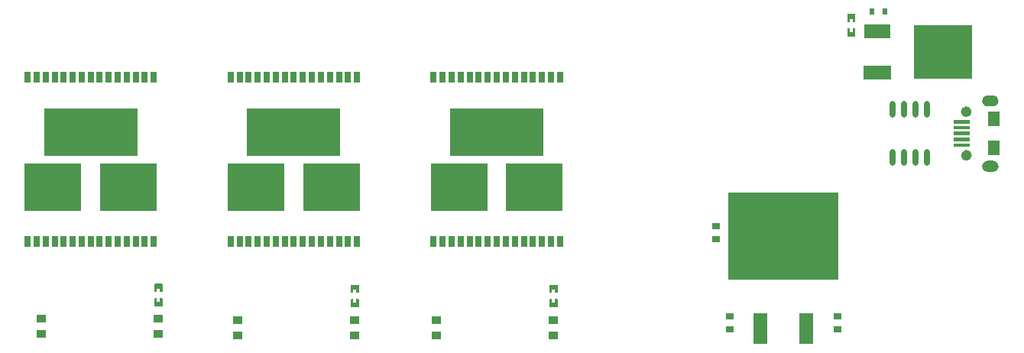
<source format=gtp>
G04 Layer: TopPasteMaskLayer*
G04 EasyEDA v6.5.22, 2023-01-26 14:10:14*
G04 b877e135513245ca8f96004f63138494,c6a1bf633b9a4ba285e4988a7d74c357,10*
G04 Gerber Generator version 0.2*
G04 Scale: 100 percent, Rotated: No, Reflected: No *
G04 Dimensions in millimeters *
G04 leading zeros omitted , absolute positions ,4 integer and 5 decimal *
%FSLAX45Y45*%
%MOMM*%

%AMMACRO1*21,1,$1,$2,0,0,$3*%
%ADD10R,12.1996X9.7511*%
%ADD11R,1.6002X3.5001*%
%ADD12R,0.6000X0.7000*%
%ADD13R,1.0000X0.8999*%
%ADD14MACRO1,5.9995X6.4999X90.0000*%
%ADD15R,3.0000X1.6000*%
%ADD16MACRO1,1.6002X3.0023X90.0000*%
%ADD17R,0.6706X1.3005*%
%ADD18R,10.2997X5.2502*%
%ADD19R,6.2306X5.2502*%
%ADD20O,0.6299962X1.8649950000000002*%
%ADD21R,0.9000X0.8000*%
%ADD22C,0.6000*%
%ADD23C,0.0196*%

%LPD*%
G36*
X2082292Y735787D02*
G01*
X2077313Y730808D01*
X2077313Y650798D01*
X2082292Y645820D01*
X2105101Y645820D01*
X2105101Y682802D01*
X2138121Y682802D01*
X2138121Y645820D01*
X2162302Y645820D01*
X2167331Y650798D01*
X2167331Y730808D01*
X2162302Y735787D01*
G37*
G36*
X2082292Y575818D02*
G01*
X2077313Y570788D01*
X2077313Y491794D01*
X2082292Y486816D01*
X2162302Y486816D01*
X2167331Y491794D01*
X2167331Y570788D01*
X2162302Y575818D01*
X2138121Y575818D01*
X2138121Y537819D01*
X2105101Y537819D01*
X2105101Y575818D01*
G37*
G36*
X4259986Y724509D02*
G01*
X4255008Y719480D01*
X4255008Y639521D01*
X4259986Y634492D01*
X4282795Y634492D01*
X4282795Y671474D01*
X4315764Y671474D01*
X4315764Y634492D01*
X4339996Y634492D01*
X4344974Y639521D01*
X4344974Y719480D01*
X4339996Y724509D01*
G37*
G36*
X4259986Y564489D02*
G01*
X4255008Y559511D01*
X4255008Y480517D01*
X4259986Y475488D01*
X4339996Y475488D01*
X4344974Y480517D01*
X4344974Y559511D01*
X4339996Y564489D01*
X4315764Y564489D01*
X4315764Y526491D01*
X4282795Y526491D01*
X4282795Y564489D01*
G37*
G36*
X9760000Y3724503D02*
G01*
X9754971Y3719474D01*
X9754971Y3639515D01*
X9760000Y3634486D01*
X9782759Y3634486D01*
X9782759Y3671519D01*
X9815779Y3671519D01*
X9815779Y3634486D01*
X9839960Y3634486D01*
X9844989Y3639515D01*
X9844989Y3719474D01*
X9839960Y3724503D01*
G37*
G36*
X9760000Y3564483D02*
G01*
X9754971Y3559505D01*
X9754971Y3480511D01*
X9760000Y3475482D01*
X9839960Y3475482D01*
X9844989Y3480511D01*
X9844989Y3559505D01*
X9839960Y3564483D01*
X9815779Y3564483D01*
X9815779Y3526485D01*
X9782759Y3526485D01*
X9782759Y3564483D01*
G37*
G36*
X6459982Y724509D02*
G01*
X6455003Y719480D01*
X6455003Y639521D01*
X6459982Y634492D01*
X6482791Y634492D01*
X6482791Y671474D01*
X6515811Y671474D01*
X6515811Y634492D01*
X6539992Y634492D01*
X6544970Y639521D01*
X6544970Y719480D01*
X6539992Y724509D01*
G37*
G36*
X6459982Y564489D02*
G01*
X6455003Y559511D01*
X6455003Y480517D01*
X6459982Y475488D01*
X6539992Y475488D01*
X6544970Y480517D01*
X6544970Y559511D01*
X6539992Y564489D01*
X6515811Y564489D01*
X6515811Y526491D01*
X6482791Y526491D01*
X6482791Y564489D01*
G37*
G36*
X11309604Y2097481D02*
G01*
X11302492Y2097074D01*
X11295481Y2095804D01*
X11288674Y2093772D01*
X11282172Y2090877D01*
X11276076Y2087270D01*
X11270437Y2082952D01*
X11265306Y2078024D01*
X11260836Y2072487D01*
X11257026Y2066493D01*
X11253978Y2060041D01*
X11251692Y2053336D01*
X11250269Y2046376D01*
X11249609Y2039264D01*
X11249812Y2032152D01*
X11250879Y2025142D01*
X11251692Y2021687D01*
X11253978Y2014931D01*
X11257026Y2008530D01*
X11260836Y2002536D01*
X11265306Y1996998D01*
X11270437Y1992071D01*
X11276076Y1987753D01*
X11279073Y1985822D01*
X11285423Y1982571D01*
X11292078Y1980133D01*
X11295481Y1979168D01*
X11302492Y1977948D01*
X11309604Y1977491D01*
X11373154Y1977593D01*
X11380216Y1978456D01*
X11387124Y1980133D01*
X11393779Y1982571D01*
X11400078Y1985822D01*
X11405971Y1989836D01*
X11411356Y1994458D01*
X11416182Y1999691D01*
X11420348Y2005482D01*
X11423751Y2011680D01*
X11426444Y2018284D01*
X11428323Y2025142D01*
X11429339Y2032152D01*
X11429542Y2039264D01*
X11428933Y2046376D01*
X11428323Y2049881D01*
X11426444Y2056739D01*
X11423751Y2063292D01*
X11420348Y2069541D01*
X11416182Y2075332D01*
X11411356Y2080564D01*
X11405971Y2085187D01*
X11403126Y2087270D01*
X11396980Y2090877D01*
X11390477Y2093772D01*
X11383670Y2095804D01*
X11380216Y2096566D01*
X11373154Y2097379D01*
G37*
G36*
X11309604Y2822498D02*
G01*
X11302492Y2822092D01*
X11295481Y2820822D01*
X11288674Y2818739D01*
X11282172Y2815844D01*
X11279073Y2814167D01*
X11273180Y2810205D01*
X11267795Y2805531D01*
X11263020Y2800299D01*
X11258854Y2794508D01*
X11255400Y2788310D01*
X11252758Y2781706D01*
X11251692Y2778302D01*
X11250269Y2771343D01*
X11249812Y2767838D01*
X11249609Y2760726D01*
X11250269Y2753614D01*
X11251692Y2746654D01*
X11253978Y2739948D01*
X11257026Y2733497D01*
X11260836Y2727502D01*
X11265306Y2721965D01*
X11270437Y2717038D01*
X11276076Y2712720D01*
X11282172Y2709113D01*
X11288674Y2706268D01*
X11295481Y2704185D01*
X11302492Y2702915D01*
X11309604Y2702509D01*
X11373154Y2702610D01*
X11380216Y2703423D01*
X11387124Y2705100D01*
X11393779Y2707589D01*
X11400078Y2710840D01*
X11403126Y2712720D01*
X11408765Y2717038D01*
X11413845Y2721965D01*
X11418316Y2727502D01*
X11420348Y2730449D01*
X11423751Y2736697D01*
X11426444Y2743250D01*
X11428323Y2750108D01*
X11429339Y2757170D01*
X11429542Y2764282D01*
X11428933Y2771343D01*
X11428323Y2774848D01*
X11426444Y2781706D01*
X11423751Y2788310D01*
X11420348Y2794508D01*
X11416182Y2800299D01*
X11411356Y2805531D01*
X11405971Y2810205D01*
X11400078Y2814167D01*
X11393779Y2817418D01*
X11387124Y2819857D01*
X11380216Y2821533D01*
X11373154Y2822397D01*
G37*
G36*
X11314938Y2639974D02*
G01*
X11314938Y2480005D01*
X11444935Y2480005D01*
X11444935Y2639974D01*
G37*
G36*
X11314938Y2319985D02*
G01*
X11314938Y2159965D01*
X11444935Y2159965D01*
X11444935Y2319985D01*
G37*
G36*
X10929975Y2289911D02*
G01*
X10929975Y2249932D01*
X11109960Y2249932D01*
X11109960Y2289911D01*
G37*
G36*
X10929975Y2354935D02*
G01*
X10929975Y2314956D01*
X11109960Y2314956D01*
X11109960Y2354935D01*
G37*
G36*
X10929975Y2419959D02*
G01*
X10929975Y2379929D01*
X11109960Y2379929D01*
X11109960Y2419959D01*
G37*
G36*
X10929975Y2484932D02*
G01*
X10929975Y2444953D01*
X11109960Y2444953D01*
X11109960Y2484932D01*
G37*
G36*
X10929975Y2549906D02*
G01*
X10929975Y2509926D01*
X11109960Y2509926D01*
X11109960Y2549906D01*
G37*
D10*
G01*
X9049994Y1264335D03*
D11*
G01*
X9303994Y235635D03*
G01*
X8795994Y235635D03*
D12*
G01*
X10169982Y3749979D03*
G01*
X10029977Y3749979D03*
D13*
G01*
X6499986Y164998D03*
G01*
X6499986Y335000D03*
G01*
X822325Y346278D03*
G01*
X822325Y176276D03*
G01*
X2122322Y176301D03*
G01*
X2122322Y346303D03*
G01*
X2999993Y335000D03*
G01*
X2999993Y164998D03*
G01*
X4299991Y164998D03*
G01*
X4299991Y335000D03*
G01*
X5199989Y335000D03*
G01*
X5199989Y164998D03*
D14*
G01*
X10811687Y3300018D03*
D15*
G01*
X10088270Y3528517D03*
D16*
G01*
X10088905Y3071489D03*
D17*
G01*
X6573342Y3020618D03*
G01*
X6471742Y3020618D03*
G01*
X6372682Y3020618D03*
G01*
X6271082Y3020618D03*
G01*
X6172022Y3020618D03*
G01*
X6072962Y3020618D03*
G01*
X5971362Y3020618D03*
G01*
X5872302Y3020618D03*
G01*
X5773242Y3020618D03*
G01*
X5671642Y3020618D03*
G01*
X5572582Y3020618D03*
G01*
X5473522Y3020618D03*
G01*
X5371922Y3020618D03*
G01*
X5272862Y3020618D03*
G01*
X5171262Y3020618D03*
G01*
X6573342Y1201978D03*
G01*
X6471742Y1201978D03*
G01*
X6372682Y1201978D03*
G01*
X6271082Y1201978D03*
G01*
X6172022Y1201978D03*
G01*
X6072962Y1201978D03*
G01*
X5971362Y1201978D03*
G01*
X5872302Y1201978D03*
G01*
X5773242Y1201978D03*
G01*
X5671642Y1201978D03*
G01*
X5572582Y1201978D03*
G01*
X5473522Y1201978D03*
G01*
X5371922Y1201978D03*
G01*
X5272862Y1201978D03*
G01*
X5171262Y1201978D03*
D18*
G01*
X5872302Y2416098D03*
D19*
G01*
X6288862Y1806498D03*
G01*
X5455742Y1806498D03*
D17*
G01*
X2073351Y3020618D03*
G01*
X1971751Y3020618D03*
G01*
X1872691Y3020618D03*
G01*
X1771091Y3020618D03*
G01*
X1672031Y3020618D03*
G01*
X1572971Y3020618D03*
G01*
X1471371Y3020618D03*
G01*
X1372311Y3020618D03*
G01*
X1273251Y3020618D03*
G01*
X1171651Y3020618D03*
G01*
X1072591Y3020618D03*
G01*
X973531Y3020618D03*
G01*
X871931Y3020618D03*
G01*
X772871Y3020618D03*
G01*
X671271Y3020618D03*
G01*
X2073351Y1201978D03*
G01*
X1971751Y1201978D03*
G01*
X1872691Y1201978D03*
G01*
X1771091Y1201978D03*
G01*
X1672031Y1201978D03*
G01*
X1572971Y1201978D03*
G01*
X1471371Y1201978D03*
G01*
X1372311Y1201978D03*
G01*
X1273251Y1201978D03*
G01*
X1171651Y1201978D03*
G01*
X1072591Y1201978D03*
G01*
X973531Y1201978D03*
G01*
X871931Y1201978D03*
G01*
X772871Y1201978D03*
G01*
X671271Y1201978D03*
D18*
G01*
X1372311Y2416098D03*
D19*
G01*
X1788871Y1806498D03*
G01*
X955751Y1806498D03*
D17*
G01*
X4323359Y3020593D03*
G01*
X4221759Y3020593D03*
G01*
X4122699Y3020593D03*
G01*
X4021099Y3020593D03*
G01*
X3922039Y3020593D03*
G01*
X3822979Y3020593D03*
G01*
X3721379Y3020593D03*
G01*
X3622319Y3020593D03*
G01*
X3523259Y3020593D03*
G01*
X3421659Y3020593D03*
G01*
X3322599Y3020593D03*
G01*
X3223539Y3020593D03*
G01*
X3121939Y3020593D03*
G01*
X3022879Y3020593D03*
G01*
X2921279Y3020593D03*
G01*
X4323359Y1201953D03*
G01*
X4221759Y1201953D03*
G01*
X4122699Y1201953D03*
G01*
X4021099Y1201953D03*
G01*
X3922039Y1201953D03*
G01*
X3822979Y1201953D03*
G01*
X3721379Y1201953D03*
G01*
X3622319Y1201953D03*
G01*
X3523259Y1201953D03*
G01*
X3421659Y1201953D03*
G01*
X3322599Y1201953D03*
G01*
X3223539Y1201953D03*
G01*
X3121939Y1201953D03*
G01*
X3022879Y1201953D03*
G01*
X2921279Y1201953D03*
D18*
G01*
X3622319Y2416073D03*
D19*
G01*
X4038879Y1806473D03*
G01*
X3205759Y1806473D03*
D20*
G01*
X10640491Y2668244D03*
G01*
X10513491Y2668244D03*
G01*
X10386491Y2668244D03*
G01*
X10259491Y2668244D03*
G01*
X10640491Y2131745D03*
G01*
X10513491Y2131745D03*
G01*
X10386491Y2131745D03*
G01*
X10259491Y2131745D03*
D21*
G01*
X9649993Y229996D03*
G01*
X9649993Y370001D03*
G01*
X8449995Y370001D03*
G01*
X8449995Y229996D03*
G01*
X8299983Y1369999D03*
G01*
X8299983Y1229995D03*
D22*
G75*
G01
X11102975Y2641295D02*
G03X11102975Y2641295I-29997J0D01*
G75*
G01
X11104575Y2157476D02*
G03X11104575Y2157476I-29997J0D01*
M02*

</source>
